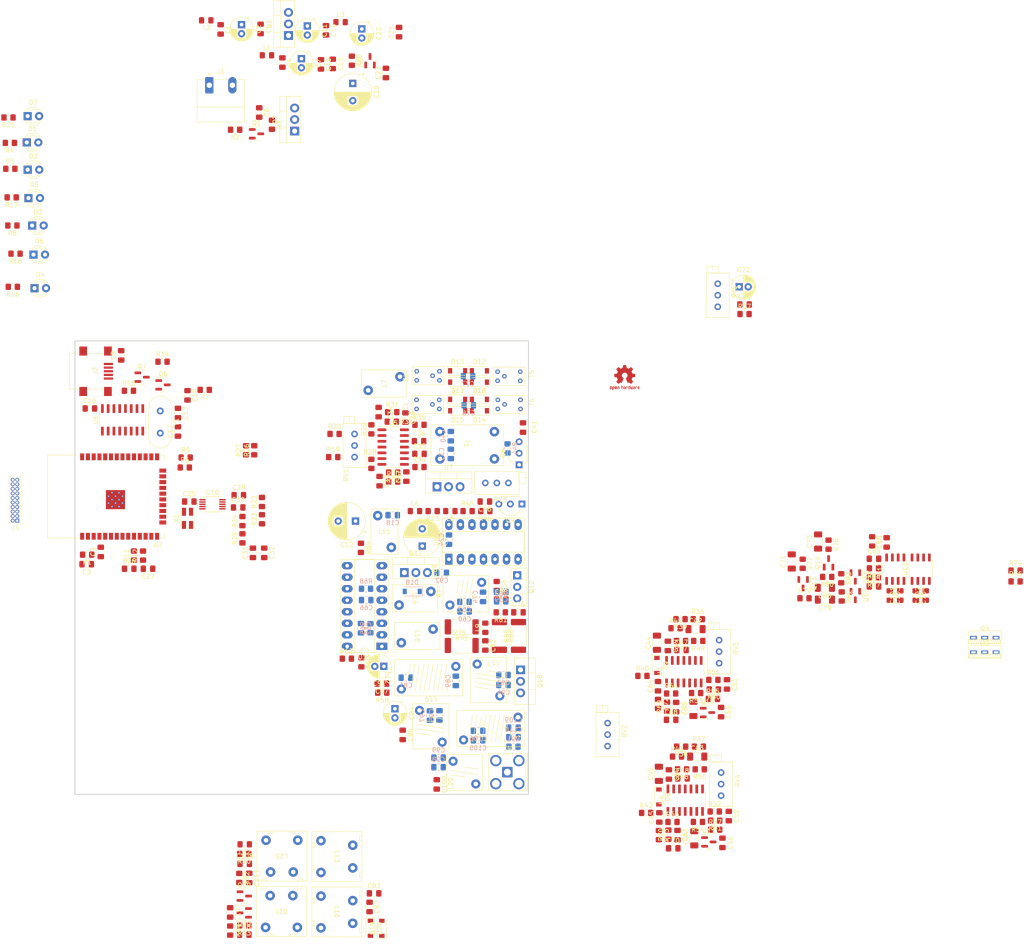
<source format=kicad_pcb>
(kicad_pcb (version 20211014) (generator pcbnew)
  (layers (0 "F.Cu" signal) (31 "B.Cu" signal) (34 "B.Paste" user) (35 "F.Paste" user) (36 "B.SilkS" user "B.Silkscreen") (37 "F.SilkS" user "F.Silkscreen") (38 "B.Mask" user) (39 "F.Mask" user) (44 "Edge.Cuts" user))
  (net 0 "")
  (net 1 "Net-(D1-Pad1)")
  (net 2 "Net-(D1-Pad2)")
  (net 3 "GND")
  (net 4 "+3V3")
  (net 5 "Net-(D2-Pad1)")
  (net 6 "Net-(D2-Pad2)")
  (net 7 "Net-(D3-Pad2)")
  (net 8 "Net-(D6-Pad1)")
  (net 9 "Net-(D7-Pad1)")
  (net 10 "+12VTX")
  (net 11 "Net-(C13-Pad1)")
  (net 12 "/RX_ANT_CLAMPED")
  (net 13 "MCU_EN")
  (net 14 "ADCIN_I")
  (net 15 "MCU_GPIO_39")
  (net 16 "Net-(R7-Pad1)")
  (net 17 "Net-(C17-Pad1)")
  (net 18 "DACOUT_I")
  (net 19 "DACOUT_Q")
  (net 20 "Net-(C25-Pad2)")
  (net 21 "Net-(C25-Pad1)")
  (net 22 "MCU_GPIO_27")
  (net 23 "MCU_GPIO_14")
  (net 24 "+5V")
  (net 25 "MCU_GPIO_12")
  (net 26 "MCU_GPIO_13")
  (net 27 "MCU_GPIO_9")
  (net 28 "MCU_GPIO_10")
  (net 29 "MCU_GPIO_11")
  (net 30 "MCU_GPIO_6")
  (net 31 "MCU_GPIO_7")
  (net 32 "MCU_GPIO_8")
  (net 33 "MCU_GPIO_15")
  (net 34 "+12V")
  (net 35 "MCU_GPIO_2")
  (net 36 "MCU_G0")
  (net 37 "ADCIN_Q")
  (net 38 "MCU_GPIO_16")
  (net 39 "MCU_GPIO_17")
  (net 40 "Net-(D3-Pad1)")
  (net 41 "MCU_DCD")
  (net 42 "Net-(D4-Pad1)")
  (net 43 "MCU_GPIO_18")
  (net 44 "TXPENABLE")
  (net 45 "Net-(D5-Pad1)")
  (net 47 "Net-(R6-Pad1)")
  (net 48 "MCU_RXD")
  (net 49 "MCU_TXD")
  (net 50 "Net-(R9-Pad1)")
  (net 51 "MCU_GPIO_23")
  (net 55 "Net-(U6-Pad13)")
  (net 56 "Net-(U6-Pad14)")
  (net 58 "+3V3FILT")
  (net 61 "/CLK_Q")
  (net 62 "/CLK_I")
  (net 63 "Net-(R58-Pad2)")
  (net 64 "Net-(C62-Pad1)")
  (net 65 "Net-(C62-Pad2)")
  (net 66 "Net-(C66-Pad2)")
  (net 67 "Net-(R68-Pad1)")
  (net 68 "Net-(U11-Pad11)")
  (net 69 "Net-(U11-Pad14)")
  (net 70 "/UD-")
  (net 71 "/UD+")
  (net 72 "+5VFILT")
  (net 73 "Net-(C8-Pad1)")
  (net 74 "TXAMPL_V")
  (net 75 "Net-(C20-Pad1)")
  (net 76 "+5VMXR")
  (net 77 "Net-(U8-Pad14)")
  (net 78 "Net-(C29-Pad2)")
  (net 79 "Net-(C30-Pad2)")
  (net 80 "LO_RX_I")
  (net 81 "Net-(R23-Pad2)")
  (net 82 "Net-(R24-Pad1)")
  (net 83 "LO_RX_Q")
  (net 84 "Net-(C33-Pad1)")
  (net 85 "Net-(C34-Pad1)")
  (net 86 "Net-(C35-Pad1)")
  (net 87 "Net-(C36-Pad1)")
  (net 88 "Net-(C37-Pad1)")
  (net 89 "Net-(C37-Pad2)")
  (net 90 "Net-(C38-Pad1)")
  (net 91 "Net-(C38-Pad2)")
  (net 92 "Net-(C39-Pad1)")
  (net 93 "Net-(C40-Pad1)")
  (net 94 "TXMIXER_OUT")
  (net 95 "Net-(C41-Pad2)")
  (net 96 "Net-(C44-Pad1)")
  (net 97 "Net-(C44-Pad2)")
  (net 98 "Net-(C45-Pad1)")
  (net 99 "Net-(C45-Pad2)")
  (net 100 "Net-(C46-Pad2)")
  (net 101 "Net-(C47-Pad1)")
  (net 102 "Net-(C48-Pad1)")
  (net 103 "Net-(C49-Pad1)")
  (net 104 "Net-(C49-Pad2)")
  (net 105 "Net-(C50-Pad1)")
  (net 106 "Net-(C50-Pad2)")
  (net 107 "Net-(C51-Pad1)")
  (net 108 "Net-(C52-Pad1)")
  (net 109 "Net-(C55-Pad1)")
  (net 110 "Net-(C56-Pad1)")
  (net 111 "Net-(C81-Pad1)")
  (net 112 "Net-(C58-Pad1)")
  (net 113 "Net-(C58-Pad2)")
  (net 114 "Net-(C60-Pad1)")
  (net 115 "Net-(C61-Pad1)")
  (net 116 "Net-(C63-Pad1)")
  (net 117 "Net-(C64-Pad1)")
  (net 118 "Net-(C64-Pad2)")
  (net 119 "Net-(C65-Pad1)")
  (net 120 "Net-(C65-Pad2)")
  (net 121 "Net-(C68-Pad1)")
  (net 122 "TXMIXER_REF_V")
  (net 123 "Net-(C70-Pad1)")
  (net 124 "Net-(C74-Pad1)")
  (net 125 "Net-(C75-Pad1)")
  (net 126 "Net-(T2-Pad4)")
  (net 127 "TXFILT_OUT_I")
  (net 128 "TXFILT_OUT_Q")
  (net 129 "RX_IN_ANT")
  (net 130 "Net-(C78-Pad2)")
  (net 131 "Net-(C83-Pad1)")
  (net 132 "Net-(C85-Pad1)")
  (net 133 "Net-(C86-Pad1)")
  (net 134 "Net-(C87-Pad2)")
  (net 135 "Net-(Q17-Pad3)")
  (net 136 "Net-(C89-Pad1)")
  (net 137 "Net-(U12-Pad8)")
  (net 138 "Net-(L14-Pad1)")
  (net 139 "Net-(C93-Pad1)")
  (net 140 "Net-(C95-Pad1)")
  (net 141 "Net-(C98-Pad1)")
  (net 142 "Net-(C100-Pad2)")
  (net 143 "Net-(C101-Pad1)")
  (net 144 "Net-(U12-Pad2)")
  (net 145 "Net-(C102-Pad2)")
  (net 146 "Net-(C103-Pad1)")
  (net 147 "Net-(C104-Pad1)")
  (net 148 "Net-(C108-Pad1)")
  (net 149 "Net-(C110-Pad1)")
  (net 150 "Net-(C111-Pad2)")
  (net 151 "Net-(D10-Pad1)")
  (net 152 "Net-(D10-Pad2)")
  (net 153 "Net-(D15-Pad2)")
  (net 154 "Net-(D12-Pad1)")
  (net 155 "Net-(D16-Pad1)")
  (net 156 "Net-(D17-Pad2)")
  (net 157 "Net-(D14-Pad2)")
  (net 158 "Net-(D16-Pad2)")
  (net 159 "Net-(L14-Pad2)")
  (net 161 "+5VTX")
  (net 162 "Net-(R13-Pad2)")
  (net 163 "Net-(R45-Pad1)")
  (net 164 "Net-(R2-Pad1)")
  (net 165 "Net-(Q2-Pad1)")
  (net 166 "Net-(R14-Pad2)")
  (net 167 "Net-(R15-Pad2)")
  (net 168 "Net-(Q8-Pad3)")
  (net 169 "Net-(Q9-Pad3)")
  (net 170 "Net-(R55-Pad1)")
  (net 171 "Net-(R57-Pad1)")
  (net 172 "Net-(Q18-Pad1)")
  (net 173 "Net-(Q19-Pad2)")
  (net 174 "LO_TX_I")
  (net 175 "LO_TX_Q")
  (net 176 "Net-(R28-Pad1)")
  (net 177 "Net-(R29-Pad1)")
  (net 178 "Net-(R51-Pad1)")
  (net 179 "Net-(R52-Pad1)")
  (net 180 "Net-(R56-Pad1)")
  (net 181 "Net-(R60-Pad1)")
  (net 182 "Net-(R61-Pad1)")
  (net 183 "Net-(RV4-Pad2)")
  (net 184 "Net-(RV5-Pad2)")
  (net 185 "Net-(U8-Pad11)")
  (net 188 "Net-(T4-Pad1)")
  (net 189 "Net-(R36-Pad1)")
  (net 190 "Net-(R37-Pad1)")
  (net 191 "Net-(C55-Pad2)")
  (net 192 "Net-(C56-Pad2)")
  (net 193 "Net-(R54-Pad2)")
  (net 194 "Net-(Q13-Pad3)")
  (net 195 "Net-(R72-Pad1)")
  (net 196 "Net-(Q14-Pad3)")
  (net 197 "Net-(R73-Pad1)")
  (net 198 "Net-(Q15-Pad2)")
  (net 199 "Net-(Q13-Pad1)")
  (net 200 "Net-(Q16-Pad2)")
  (net 201 "Net-(Q14-Pad1)")
  (net 202 "Net-(L23-Pad2)")
  (net 203 "Net-(R90-Pad1)")
  (net 204 "Net-(R71-Pad2)")
  (net 205 "Net-(U12-Pad4)")
  (net 206 "Net-(U13-Pad4)")
  (net 209 "Net-(C53-Pad2)")
  (net 210 "Net-(R19-Pad2)")
  (net 211 "Net-(R20-Pad2)")
  (footprint "Capacitor_SMD:C_0805_2012Metric_Pad1.18x1.45mm_HandSolder" (layer "F.Cu") (at 163.73 182.475)
    (fp_text reference "C48")
    (fp_text value "15n")
  )
  (footprint "Resistor_SMD:R_0805_2012Metric_Pad1.20x1.40mm_HandSolder" (layer "F.Cu") (at 93 156.9 -90)
    (fp_text reference "R59")
    (fp_text value "5k")
  )
  (footprint "Diode_SMD:D_SOD-123" (layer "F.Cu") (at 158.1 157.6 -90)
    (fp_text reference "D9")
    (fp_text value "4148")
  )
  (footprint "Resistor_SMD:R_0805_2012Metric_Pad1.20x1.40mm_HandSolder" (layer "F.Cu") (at 44.9 133.4 90)
    (property "Reference" "R?")
    (property "Value" "20k")
    (fp_text reference "R12")
    (fp_text value "10k")
  )
  (footprint "Capacitor_SMD:C_0805_2012Metric_Pad1.18x1.45mm_HandSolder" (layer "F.Cu") (at 70.8 17.4 -90)
    (fp_text reference "C5")
    (fp_text value "0.1u")
  )
  (footprint "Resistor_SMD:R_0805_2012Metric_Pad1.20x1.40mm_HandSolder" (layer "F.Cu") (at 162.2 149.4)
    (fp_text reference "R41")
    (fp_text value "20k")
  )
  (footprint "Inductor_SMD:L_0805_2012Metric_Pad1.15x1.40mm_HandSolder" (layer "F.Cu") (at 205.5 130.275 -90)
    (fp_text reference "L15")
    (fp_text value "10uH")
  )
  (footprint "Resistor_SMD:R_0805_2012Metric_Pad1.20x1.40mm_HandSolder" (layer "F.Cu") (at 195.9 131 -90)
    (fp_text reference "R78")
    (fp_text value "5k")
  )
  (footprint "Resistor_SMD:R_0805_2012Metric_Pad1.20x1.40mm_HandSolder" (layer "F.Cu") (at 163.3 147.4 180)
    (fp_text reference "R39")
    (fp_text value "10k")
  )
  (footprint "Resistor_SMD:R_0805_2012Metric_Pad1.20x1.40mm_HandSolder" (layer "F.Cu") (at 237.1 139.1)
    (fp_text reference "R76")
    (fp_text value "5k")
  )
  (footprint "Capacitor_SMD:C_0805_2012Metric_Pad1.18x1.45mm_HandSolder" (layer "F.Cu") (at 68.3 204.4 -90)
    (fp_text reference "C111")
    (fp_text value "10n")
  )
  (footprint "Resistor_SMD:R_0805_2012Metric_Pad1.20x1.40mm_HandSolder" (layer "F.Cu") (at 177.4 80.2)
    (fp_text reference "R67")
    (fp_text value "500")
  )
  (footprint "Package_TO_SOT_SMD:SOT-23" (layer "F.Cu") (at 190.3 139.6 -90)
    (property "Reference" "Q?")
    (property "Value" "MMBT2222A")
    (fp_text reference "Q13")
    (fp_text value "MMBT2222A")
  )
  (footprint "Potentiometer_THT:Potentiometer_Bourns_3296X_Horizontal" (layer "F.Cu") (at 91.5 111.7 -90)
    (property "Reference" "RV?")
    (property "Value" "100k")
    (fp_text reference "RV1")
    (fp_text value "100k")
  )
  (footprint "Resistor_SMD:R_0805_2012Metric_Pad1.20x1.40mm_HandSolder" (layer "F.Cu") (at 100 117.1)
    (fp_text reference "R30")
    (fp_text value "10k")
  )
  (footprint "Capacitor_THT:CP_Radial_D8.0mm_P3.80mm" (layer "F.Cu") (at 91.1 29.4 -90)
    (fp_text reference "C20")
    (fp_text value "470u")
  )
  (footprint "Capacitor_SMD:C_0805_2012Metric_Pad1.18x1.45mm_HandSolder" (layer "F.Cu") (at 84.1 25.2 -90)
    (fp_text reference "C10")
    (fp_text value "0.1u")
  )
  (footprint "Capacitor_SMD:C_0805_2012Metric_Pad1.18x1.45mm_HandSolder" (layer "F.Cu") (at 172.53 196.675 -90)
    (fp_text reference "C56")
    (fp_text value "0.1u")
  )
  (footprint "Capacitor_SMD:C_0805_2012Metric_Pad1.18x1.45mm_HandSolder" (layer "F.Cu") (at 35.6 132.6 90)
    (fp_text reference "C9")
    (fp_text value "0.1u")
  )
  (footprint "Package_TO_SOT_THT:TO-220-3_Vertical" (layer "F.Cu") (at 78.3 39.9 90)
    (fp_text reference "Q2")
    (fp_text value "IRF9Z34N")
  )
  (footprint "Resistor_SMD:R_0805_2012Metric_Pad1.20x1.40mm_HandSolder" (layer "F.Cu") (at 58.5 96.9 180)
    (fp_text reference "R7")
    (fp_text value "330")
  )
  (footprint "Capacitor_THT:CP_Radial_D5.0mm_P2.00mm" (layer "F.Cu") (at 79.8 23.944888 -90)
    (fp_text reference "C7")
    (fp_text value "47u")
  )
  (footprint "Package_TO_SOT_SMD:SOT-23" (layer "F.Cu") (at 169.53 196.475)
    (fp_text reference "Q11")
    (fp_text value "J176")
  )
  (footprint "Resistor_SMD:R_0805_2012Metric_Pad1.20x1.40mm_HandSolder" (layer "F.Cu") (at 108.7 123.6 180)
    (fp_text reference "R13")
    (fp_text value "10")
  )
  (footprint "Crystal:Crystal_HC49-4H_Vertical" (layer "F.Cu") (at 48.7 101.55 -90)
    (fp_text reference "Y1")
    (fp_text value "12M")
  )
  (footprint "Capacitor_SMD:C_0805_2012Metric_Pad1.18x1.45mm_HandSolder" (layer "F.Cu") (at 33.2 101)
    (fp_text reference "C16")
    (fp_text value "0.1u")
  )
  (footprint "Resistor_SMD:R_0805_2012Metric_Pad1.20x1.40mm_HandSolder" (layer "F.Cu") (at 116.4 123.6)
    (fp_text reference "R45")
    (fp_text value "10")
  )
  (footprint "Capacitor_SMD:C_0805_2012Metric_Pad1.18x1.45mm_HandSolder" (layer "F.Cu") (at 211.7 142.2 90)
    (fp_text reference "C101")
    (fp_text value "10n")
  )
  (footprint "Capacitor_SMD:C_0805_2012Metric_Pad1.18x1.45mm_HandSolder" (layer "F.Cu") (at 158.63 191.075 90)
    (fp_text reference "C65")
    (fp_text value "0.1u")
  )
  (footprint "Resistor_SMD:R_0805_2012Metric_Pad1.20x1.40mm_HandSolder" (layer "F.Cu") (at 198.7 138.4 -90)
    (fp_text reference "R83")
    (fp_text value "900")
  )
  (footprint "Package_TO_SOT_THT:TO-92L_Inline_Wide" (layer "F.Cu") (at 128.35 122.05 180)
    (fp_text reference "Q9")
    (fp_text value "2N2222")
  )
  (footprint "Connector_Coaxial:SMA_Amphenol_901-143_Horizontal" (layer "F.Cu") (at 125.15 181.1 -90)
    (fp_text reference "J4")
    (fp_text value "ANT")
    (fp_line (start 4.3 -4.5) (end -4.3 -4.5) (layer "Edge.Cuts") (width 0.1))
  )
  (footprint "Package_DIP:DIP-14_W7.62mm_Socket_LongPads" (layer "F.Cu") (at 112.275 134.2 90)
    (fp_text reference "U8")
    (fp_text value "74ACT14")
  )
  (footprint "Capacitor_THT:CP_Radial_D5.0mm_P2.00mm" (layer "F.Cu") (at 100.4 167.144888 -90)
    (property "Reference" "C?")
    (property "Value" "22u")
    (fp_text reference "C84")
    (fp_text value "10u")
  )
  (footprint "Capacitor_SMD:C_0805_2012Metric_Pad1.18x1.45mm_HandSolder" (layer "F.Cu") (at 96.8 101.8 90)
    (fp_text reference "C34")
    (fp_text value "0.1u")
  )
  (footprint "Inductor_SMD:L_0805_2012Metric_Pad1.15x1.40mm_HandSolder" (layer "F.Cu") (at 58.825 15.5)
    (fp_text reference "L2")
    (fp_text value "10uH")
  )
  (footprint "Resistor_SMD:R_0805_2012Metric_Pad1.20x1.40mm_HandSolder" (layer "F.Cu") (at 167.33 175.475)
    (fp_text reference "R37")
    (fp_text value "200k")
  )
  (footprint "Capacitor_SMD:C_1206_3216Metric_Pad1.33x1.80mm_HandSolder" (layer "F.Cu") (at 195.1 143.1 180)
    (fp_text reference "C79")
    (fp_text value "10u")
  )
  (footprint "Resistor_SMD:R_0805_2012Metric_Pad1.20x1.40mm_HandSolder" (layer "F.Cu") (at 67.2 214.9 180)
    (fp_text reference "R93")
    (fp_text value "25k")
  )
  (footprint "Capacitor_THT:CP_Radial_D5.0mm_P2.00mm" (layer "F.Cu") (at 66.6 16.444888 -90)
    (property "Reference" "C?")
    (property "Value" "47u")
    (fp_text reference "C2")
    (fp_text value "47u")
  )
  (footprint "Package_TO_SOT_SMD:SOT-23" (layer "F.Cu") (at 49.3 95.8)
    (property "Reference" "Q?")
    (property "Value" "MMBT2222A")
    (fp_text reference "Q6")
    (fp_text value "MMBT2222A")
  )
  (footprint "Capacitor_SMD:C_0805_2012Metric_Pad1.18x1.45mm_HandSolder" (layer "F.Cu") (at 66 120.1)
    (fp_text reference "C29")
    (fp_text value "0.1u")
  )
  (footprint "communicator_27mhz_custompcb:Ferrite_ring_7x4x2_triple_vertical" (layer "F.Cu") (at 125.5 93.9 90)
    (fp_text reference "T5")
    (fp_text value "2x6:1 bifiliar turns on ferrite ring")
  )
  (footprint "Resistor_SMD:R_2512_6332Metric_Pad1.40x3.35mm_HandSolder" (layer "F.Cu") (at 115.1 149.1 180)
    (fp_text reference "R71")
    (fp_text value "5 1W")
  )
  (footprint "Resistor_SMD:R_0805_2012Metric_Pad1.20x1.40mm_HandSolder" (layer "F.Cu") (at 15.975 54.5 180)
    (fp_text reference "R17")
    (fp_text value "1k")
  )
  (footprint "Resistor_SMD:R_0805_2012Metric_Pad1.20x1.40mm_HandSolder" (layer "F.Cu") (at 90.9 24.4 -90)
    (fp_text reference "R10")
    (fp_text value "680")
  )
  (footprint "Resistor_SMD:R_0805_2012Metric_Pad1.20x1.40mm_HandSolder" (layer "F.Cu") (at 105.8 113.9)
    (fp_text reference "R34")
    (fp_text value "50")
  )
  (footprint "Connector_USB:USB_Mini-B_Lumberg_2486_01_Horizontal" (layer "F.Cu") (at 34.575 92.8 -90)
    (fp_text reference "J2")
    (fp_text value "USB_B_Micro")
  )
  (footprint "Capacitor_SMD:C_0805_2012Metric_Pad1.18x1.45mm_HandSolder" (layer "F.Cu") (at 163.5 154.2)
    (fp_text reference "C47")
    (fp_text value "15n")
  )
  (footprint "Resistor_SMD:R_0805_2012Metric_Pad1.20x1.40mm_HandSolder" (layer "F.Cu") (at 54.3 111.8)
    (fp_text reference "R9")
    (fp_text value "10k")
  )
  (footprint "Resistor_SMD:R_0805_2012Metric_Pad1.20x1.40mm_HandSolder" (layer "F.Cu") (at 73.3 38.5 -90)
    (fp_text reference "R3")
    (fp_text value "10k")
  )
  (footprint "Resistor_SMD:R_0805_2012Metric_Pad1.20x1.40mm_HandSolder" (layer "F.Cu") (at 67.2 199.1 180)
    (fp_text reference "R90")
    (fp_text value "100")
  )
  (footprint "communicator_27mhz_custompcb:KT-13" (layer "F.Cu") (at 230.3 154.6)
    (property "Reference" "Q3")
    (property "Value" "KT315")
    (fp_text reference "Q3")
    (fp_text value "KT315")
  )
  (footprint "Capacitor_THT:CP_Radial_D8.0mm_P3.80mm" (layer "F.Cu") (at 91.702651 125.8 180)
    (fp_text reference "C12")
    (fp_text value "470u")
  )
  (footprint "Resistor_SMD:R_0805_2012Metric_Pad1.20x1.40mm_HandSolder" (layer "F.Cu") (at 198.8 142.4 -90)
    (fp_text reference "R82")
    (fp_text value "900")
  )
  (footprint "Package_SO:SO-8_3.9x4.9mm_P1.27mm" (layer "F.Cu") (at 216.2 136.4 90)
    (fp_text reference "U13")
    (fp_text value "SA612")
  )
  (footprint "Package_TO_SOT_THT:TO-92L_Inline_Wide" (layer "F.Cu") (at 127.75 113.4 90)
    (fp_text reference "Q8")
    (fp_text value "2N2222")
  )
  (footprint "Connector_Phoenix_MC_HighVoltage:PhoenixContact_MC_1,5_2-G-5.08_1x02_P5.08mm_Horizontal" (layer "F.Cu") (at 59.5 29.8)
    (fp_text reference "J1")
    (fp_text value "EXT_12V")
  )
  (footprint "Capacitor_THT:CP_Radial_D5.0mm_P2.00mm" (layer "F.Cu") (at 176.2 74.2)
    (fp_text reference "C72")
    (fp_text value "47u")
  )
  (footprint "Resistor_SMD:R_0805_2012Metric_Pad1.20x1.40mm_HandSolder" (layer "F.Cu") (at 49.2 90.7)
    (fp_text reference "R14")
    (fp_text value "10k")
  )
  (footprint "Capacitor_SMD:C_0805_2012Metric_Pad1.18x1.45mm_HandSolder" (layer "F.Cu") (at 52.6 106.0625 90)
    (fp_text reference "C17")
    (fp_text value "22p")
  )
  (footprint "Resistor_SMD:R_2512_6332Metric_Pad1.40x3.35mm_HandSolder" (layer "F.Cu") (at 115.1 153.2 180)
    (fp_text reference "R75")
    (fp_text value "5 1W")
  )
  (footprint "communicator_27mhz_custompcb:Soviet_inductor_core_vertical" (layer "F.Cu") (at 87.6 199.7 -90)
    (fp_text reference "L13")
    (fp_text value "220n")
  )
  (footprint "Capacitor_SMD:C_0805_2012Metric_Pad1.18x1.45mm_HandSolder" (layer "F.Cu") (at 94.8 210.8 -90)
    (fp_text reference "C87")
    (fp_text value "470p")
  )
  (footprint "Resistor_SMD:R_0805_2012Metric_Pad1.20x1.40mm_HandSolder" (layer "F.Cu") (at 205.9 136.2 180)
    (fp_text reference "R88")
    (fp_text value "3k3")
  )
  (footprint "Capacitor_THT:CP_Radial_D5.0mm_P2.00mm" (layer "F.Cu") (at 97.955113 157.8 180)
    (property "Reference" "C?")
    (property "Value" "22u")
    (fp_text reference "C91")
    (fp_text value "22u")
  )
  (footprint "Resistor_SMD:R_0805_2012Metric_Pad1.20x1.40mm_HandSolder" (layer "F.Cu") (at 99.7 103.9 180)
    (fp_text reference "R33")
    (fp_text value "5k6")
  )
  (footprint "Capacitor_SMD:C_0805_2012Metric_Pad1.18x1.45mm_HandSolder" (layer "F.Cu") (at 67.3 201.3)
    (fp_text reference "C108")
    (fp_text value "0.1u")
  )
  (footprint "Resistor_SMD:R_0805_2012Metric_Pad1.20x1.40mm_HandSolder" (layer "F.Cu") (at 158.53 194.975 -90)
    (fp_text reference "R73")
    (fp_text value "3k3")
  )
  (footprint "Capacitor_SMD:C_0805_2012Metric_Pad1.18x1.45mm_HandSolder" (layer "F.Cu") (at 173.53 161.775 -90)
    (fp_text reference "C51")
    (fp_text value "0.1u")
  )
  (footprint "LED_THT:LED_D3.0mm" (layer "F.Cu") (at 19.475 36.6)
    (fp_text reference "D7")
    (fp_text value "TXPWR")
  )
  (footprint "Capacitor_SMD:C_0805_2012Metric_Pad1.18x1.45mm_HandSolder" (layer "F.Cu") (at 160.73 181.6125 -90)
    (fp_text reference "C50")
    (fp_text value "0.1u")
  )
  (footprint "Capacitor_SMD:C_0805_2012Metric_Pad1.18x1.45mm_HandSolder" (layer "F.Cu") (at 177.4 78.1)
    (fp_text reference "C69")
    (fp_text value "0.1u")
  )
  (footprint "Package_TO_SOT_SMD:SOT-23" (layer "F.Cu") (at 67.2 212.1 180)
    (property "Reference" "Q?")
    (property "Value" "MMBT2222A")
    (fp_text reference "Q20")
    (fp_text value "MMBT2222A")
  )
  (footprint "Resistor_SMD:R_0805_2012Metric_Pad1.20x1.40mm_HandSolder" (layer "F.Cu") (at 170.63 162.875 180)
    (fp_text reference "R60")
    (fp_text value "500k")
  )
  (footprint "Resistor_SMD:R_0805_2012Metric_Pad1.20x1.40mm_HandSolder" (layer "F.Cu") (at 69.4 110.2 90)
    (fp_text reference "R26")
    (fp_text value "50")
  )
  (footprint "Capacitor_SMD:C_0805_2012Metric_Pad1.18x1.45mm_HandSolder" (layer "F.Cu") (at 120.3 153.2 -90)
    (fp_text reference "C82")
    (fp_text value "100p")
  )
  (footprint "Capacitor_SMD:C_0805_2012Metric_Pad1.18x1.45mm_HandSolder" (layer "F.Cu") (at 95.8 207.8)
    (fp_text reference "C83")
    (fp_text value "330p")
  )
  (footprint "Capacitor_SMD:C_0805_2012Metric_Pad1.18x1.45mm_HandSolder" (layer "F.Cu") (at 67.2 216.9)
    (fp_text reference "C78")
    (fp_text value "470p")
  )
  (footprint "Oscillator:Oscillator_SMD_EuroQuartz_XO32-4Pin_3.2x2.5mm_HandSoldering" (layer "F.Cu") (at 54.7 125.2 90)
    (fp_text reference "X1")
    (fp_text value "3225 25 MHz TCXO")
  )
  (footprint "Capacitor_SMD:C_0805_2012Metric_Pad1.18x1.45mm_HandSolder" (layer "F.Cu") (at 172.23 167.875 -90)
    (fp_text reference "C55")
    (fp_text value "0.1u")
  )
  (footprint "Package_TO_SOT_THT:TO-220-3_Vertical" (layer "F.Cu") (at 76.945 18.84 90)
    (fp_text reference "U1")
    (fp_text value "LM1117-3.3")
  )
  (footprint "Resistor_SMD:R_0805_2012Metric_Pad1.20x1.40mm_HandSolder" (layer "F.Cu") (at 15.675 48.2)
    (fp_text reference "R5")
    (fp_text value "1k")
  )
  (footprint "communicator_27mhz_custompcb:Ferrite_ring_10x6x5_vertical" (layer "F.Cu") (at 105.3 151.1 -90)
    (fp_text reference "L18")
    (fp_text value "~40T on М2000НМ core")
  )
  (footprint "Resistor_SMD:R_0805_2012Metric_Pad1.20x1.40mm_HandSolder" (layer "F.Cu") (at 66.1 204.4 -90)
    (fp_text reference "R92")
    (fp_text value "25k")
  )
  (footprint "Package_TO_SOT_SMD:SOT-23" (layer "F.Cu") (at 94.9 24.4 90)
    (property "Reference" "Q?")
    (property "Value" "MMBT2222A")
    (fp_text reference "Q5")
    (fp_text value "MMBT2222A")
  )
  (footprint "Capacitor_SMD:C_0805_2012Metric_Pad1.18x1.45mm_HandSolder" (layer "F.Cu") (at 127.6 145.9)
    (fp_text reference "C75")
    (fp_text value "0.1u")
  )
  (footprint "Potentiometer_THT:Potentiometer_Bourns_3296X_Horizontal" (layer "F.Cu") (at 172.23 186.275 -90)
    (fp_text reference "RV4")
    (fp_text value "10k")
  )
  (footprint "Capacitor_SMD:C_0805_2012Metric_Pad1.18x1.45mm_HandSolder" (layer "F.Cu") (at 55.1 121.5)
    (fp_text reference "C25")
    (fp_text value "0.1u")
  )
  (footprint "Symbol:OSHW-Logo2_7.3x6mm_Copper" (layer "F.Cu") (at 151 94.2)
    (fp_text reference "LOGO1" hide)
    (fp_text value "Logo_Open_Hardware_Large" hide)
  )
  (footprint "Resistor_SMD:R_0805_2012Metric_Pad1.20x1.40mm_HandSolder" (layer "F.Cu") (at 99.8 101.8)
    (fp_text reference "R31")
    (fp_text value "10k")
  )
  (footprint "communicator_27mhz_custompcb:Inductor_15x8" (layer "F.Cu") (at 107.8 160.3 -90)
    (fp_text reference "L12")
    (fp_text value "0.5uH(13T,d5)")
  )
  (footprint "Capacitor_SMD:C_1206_3216Metric_Pad1.33x1.80mm_HandSolder" (layer "F.Cu") (at 195.1 140.5 180)
    (fp_text reference "C80")
    (fp_text value "10u")
  )
  (footprint "Inductor_SMD:L_0805_2012Metric_Pad1.15x1.40mm_HandSolder" (layer "F.Cu") (at 72.2 23.2)
    (fp_text reference "L1")
    (fp_text value "10uH")
  )
  (footprint "Resistor_SMD:R_0805_2012Metric_Pad1.20x1.40mm_HandSolder" (layer "F.Cu") (at 67.6 110.2 90)
    (fp_text reference "R27")
    (fp_text value "50")
  )
  (footprint "communicator_27mhz_custompcb:Inductor_10x8" (layer "F.Cu") (at 116 141.8 -90)
    (fp_text reference "L8")
    (fp_text value "0.15uH(6T,d6)")
  )
  (footprint "Resistor_SMD:R_0805_2012Metric_Pad1.20x1.40mm_HandSolder" (layer "F.Cu") (at 105.8 104.6)
    (fp_text reference "R35")
    (fp_text value "50")
  )
  (footprint "Resistor_SMD:R_0805_2012Metric_Pad1.20x1.40mm_HandSolder" (layer "F.Cu") (at 170.93 193.775)
    (fp_text reference "R57")
    (fp_text value "500k")
  )
  (footprint "Capacitor_THT:CP_Radial_D8.0mm_P3.80mm" (layer "F.Cu") (at 106.4 131.302651 90)
    (property "Reference" "C?")
    (property "Value" "22u")
    (fp_text reference "C88")
    (fp_text value "470u")
  )
  (footprint "Capacitor_SMD:C_0805_2012Metric_Pad1.18x1.45mm_HandSolder" (layer "F.Cu") (at 102.7 103 -90)
    (fp_text reference "C38")
    (fp_text value "0.1u")
  )
  (footprint "Capacitor_SMD:C_0805_2012Metric_Pad1.18x1.45mm_HandSolder" (layer "F.Cu") (at 54.7 98.1 -90)
    (fp_text reference "C19")
    (fp_text value "0.1u")
  )
  (footprint "Capacitor_SMD:C_0805_2012Metric_Pad1.18x1.45mm_HandSolder" (layer "F.Cu") (at 97 117 -90)
    (fp_text reference "C33")
    (fp_text value "0.1u")
  )
  (footprint "Resistor_SMD:R_0805_2012Metric_Pad1.20x1.40mm_HandSolder" (layer "F.Cu") (at 167.53 180.475 180)
    (fp_text reference "R50")
    (fp_text value "10k")
  )
  (footprint "Resistor_SMD:R_0805_2012Metric_Pad1.20x1.40mm_HandSolder" (layer "F.Cu") (at 195.6 138.1 180)
    (fp_text reference "R80")
    (fp_text value "100k")
  )
  (footprint "Resistor_SMD:R_0805_2012Metric_Pad1.20x1.40mm_HandSolder" (layer "F.Cu") (at 205.9 138.2 180)
    (fp_text reference "R87")
    (fp_text value "3k3")
  )
  (footprint "Resistor_SMD:R_0805_2012Metric_Pad1.20x1.40mm_HandSolder" (layer "F.Cu") (at 92.9 131.7 -90)
    (fp_text reference "R84")
    (fp_text value "330")
  )
  (footprint "Package_SO:SO-8_3.9x4.9mm_P1.27mm" (layer "F.Cu") (at 210.6 136.4 90)
    (fp_text reference "U12")
    (fp_text value "SA612")
  )
  (footprint "Diode_SMD:D_SOD-123" (layer "F.Cu") (at 114.2 101.5 180)
    (fp_text reference "D15")
    (fp_text value "4148")
  )
  (footprint "Inductor_SMD:L_0805_2012Metric_Pad1.15x1.40mm_HandSolder" (layer "F.Cu") (at 112.6 123.6 180)
    (fp_text reference "L6")
    (fp_text value "10uH")
  )
  (footprint "Diode_SMD:D_SOD-123" (layer "F.Cu") (at 97.5 215.5 90)
    (fp_text reference "D19")
    (fp_text value "4148")
  )
  (footprint "Resistor_SMD:R_0805_2012Metric_Pad1.20x1.40mm_HandSolder" (layer "F.Cu") (at 167.1 147.4)
    (fp_text reference "R36")
    (fp_text value "200k")
  )
  (footprint "Package_TO_SOT_THT:TO-220-3_Vertical" (layer "F.Cu") (at 102.46 137.145)
    (fp_text reference "Q17")
    (fp_text value "IRF9Z34N")
  )
  (footprint "Resistor_SMD:R_0805_2012Metric_Pad1.20x1.40mm_HandSolder" (layer "F.Cu") (at 154.9 159.9)
    (fp_text reference "R40")
    (fp_text value "5k")
  )
  (footprint "Resistor_SMD:R_0805_2012Metric_Pad1.20x1.40mm_HandSolder" (layer "F.Cu") (at 66.8 129.6 90)
    (fp_text reference "R25")
    (fp_text value "510")
  )
  (footprint "Resistor_SMD:R_0805_2012Metric_Pad1.20x1.40mm_HandSolder" (layer "F.Cu") (at 71.1 125.4 90)
    (fp_text reference "R23")
    (fp_text value "510")
  )
  (footprint "Resistor_SMD:R_0805_2012Metric_Pad1.20x1.40mm_HandSolder" (layer "F.Cu") (at 16.125 60.7 180)
    (fp_text reference "R8")
    (fp_text value "1k")
  )
  (footprint "Capacitor_SMD:C_1206_3216Metric_Pad1.33x1.80mm_HandSolder" (layer "F.Cu") (at 158.1 152.6 90)
    (fp_text reference "C44")
    (fp_text value "4u7")
  )
  (footprint "Capacitor_SMD:C_1206_3216Metric_Pad1.33x1.80mm_HandSolder" (layer "F.Cu") (at 166.6 149.6)
    (fp_text reference "C42")
    (fp_text value "10u")
  )
  (footprint "Package_SO:SOIC-14_3.9x8.7mm_P1.27mm" (layer "F.Cu") (at 164.03 158.975 90)
    (fp_text reference "U3")
    (fp_text value "LM324")
  )
  (footprint "communicator_27mhz_custompcb:Ferrite_ring_10x6x5_vertical" (layer "F.Cu") (at 98.1 128.1)
    (fp_text reference "L11")
    (fp_text value "~40T on М2000НМ core")
  )
  (footprint "Resistor_SMD:R_2512_6332Metric_Pad1.40x3.35mm_HandSolder" (layer "F.Cu") (at 127.6 151.1 90)
    (fp_text reference "R85")
    (fp_text value "5 1W")
  )
  (footprint "Diode_SMD:D_SOD-123" (layer "F.Cu") (at 119 95.2 180)
    (fp_text reference "D16")
    (fp_text value "4148")
  )
  (footprint "Resistor_SMD:R_0805_2012Metric_Pad1.20x1.40mm_HandSolder" (layer "F.Cu") (at 158.33 166.075 -90)
    (fp_text reference "R72")
    (fp_text value "3k3")
  )
  (footprint "Resistor_SMD:R_0805_2012Metric_Pad1.20x1.40mm_HandSolder" (layer "F.Cu") (at 160.63 194.875 90)
    (fp_text reference "R70")
    (fp_text value "10k")
  )
  (footprint "Capacitor_SMD:C_0805_2012Metric_Pad1.18x1.45mm_HandSolder" (layer "F.Cu") (at 41.8625 136.3)
    (fp_text reference "C26")
    (fp_text value "10n")
  )
  (footprint "Capacitor_SMD:C_1206_3216Metric_Pad1.33x1.80mm_HandSolder" (layer "F.Cu") (at 158.53 181.475 90)
    (fp_text reference "C45")
    (fp_text value "4u7")
  )
  (footprint "Capacitor_SMD:C_1206_3216Metric_Pad1.33x1.80mm_HandSolder" (layer "F.Cu") (at 166.33 195.675 90)
    (fp_text reference "C54")
    (fp_text value "10u")
  )
  (footprint "Resistor_SMD:R_0805_2012Metric_Pad1.20x1.40mm_HandSolder" (layer "F.Cu") (at 166.73 163.675 180)
    (fp_text reference "R53")
    (fp_text value "120k")
  )
  (footprint "Resistor_SMD:R_0805_2012Metric_Pad1.20x1.40mm_HandSolder" (layer "F.Cu") (at 16.825 66.9 180)
    (fp_text reference "R18")
    (fp_text value "5k")
  )
  (footprint "Diode_SMD:D_SOD-123" (layer "F.Cu") (at 114.2 99)
    (fp_text reference "D11")
    (fp_text value "4148")
  )
  (footprint "Package_TO_SOT_SMD:SOT-23" (layer "F.Cu") (at 69.9 40.5)
    (property "Reference" "Q1")
    (property "Value" "MMBT2222A")
    (fp_text reference "Q1")
    (fp_text value "MMBT2222A")
  )
  (footprint "Resistor_SMD:R_0805_2012Metric_Pad1.20x1.40mm_HandSolder" (layer "F.Cu") (at 190.6 142.8)
    (fp_text reference "R79")
    (fp_text value "100k")
  )
  (footprint "Package_TO_SOT_SMD:SOT-23" (layer "F.Cu") (at 169.23 167.975)
    (property "Reference" "Q10")
    (property "Value" "J176")
    (fp_text reference "Q10")
    (fp_text value "J176")
  )
  (footprint "LED_THT:LED_D3.0mm" (layer "F.Cu") (at 19.3 42.4)
    (fp_text reference "D1")
    (fp_text value "TX")
  )
  (footprint "Capacitor_THT:CP_Radial_D5.0mm_P2.00mm" (layer "F.Cu") (at 93.1 17.4 -90)
    (fp_text reference "C22")
    (fp_text value "47u")
  )
  (footprint "Capacitor_SMD:C_0805_2012Metric_Pad1.18x1.45mm_HandSolder" (layer "F.Cu") (at 105.7 108.2)
    (fp_text reference "C36")
    (fp_text value "15n")
  )
  (footprint "Resistor_SMD:R_0805_2012Metric_Pad1.20x1.40mm_HandSolder" (layer "F.Cu") (at 167.13 192.075 180)
    (fp_text reference "R54")
    (fp_text value "120k")
  )
  (footprint "communicator_27mhz_custompcb:KT-13" (layer "F.Cu") (at 230.3 151.4)
    (fp_text reference "Q4")
    (fp_text value "KT315")
  )
  (footprint "Capacitor_SMD:C_0805_2012Metric_Pad1.18x1.45mm_HandSolder" (layer "F.Cu") (at 102.9 116 90)
    (fp_text reference "C37")
    (fp_text value "0.1u")
  )
  (footprint "LED_THT:LED_D3.0mm" (layer "F.Cu") (at 19.665 54.65)
    (fp_text reference "D5")
    (fp_text value "3V3")
  )
  (footprint "Resistor_SMD:R_0805_2012Metric_Pad1.20x1.40mm_HandSolder" (layer "F.Cu") (at 65.2 39.6 180)
    (fp_text reference "R2")
    (fp_text value "50k")
  )
  (footprint "Inductor_SMD:L_0805_2012Metric_Pad1.15x1.40mm_HandSolder" (layer "F.Cu") (at 88.425 15.9)
    (fp_text reference "L3")
    (fp_text value "10uH")
  )
  (footprint "Resistor_SMD:R_0805_2012Metric_Pad1.20x1.40mm_HandSolder" (layer "F.Cu") (at 15.575 42.5 180)
    (fp_text reference "R4")
    (fp_text value "1k")
  )
  (footprint "Resistor_SMD:R_0805_2012Metric_Pad1.20x1.40mm_HandSolder" (layer "F.Cu") (at 123.7 145.9 180)
    (fp_text reference "R81")
    (fp_text value "150")
  )
  (footprint "communicator_27mhz_custompcb:Ferrite_ring_16x9x4_double_vertical" (layer "F.Cu") (at 116.3 109.1 -90)
    (property "Reference" "T1")
    (property "Value" "2x6 turns on ferrite core")
    (fp_text reference "T1")
    (fp_text value "2x6 turns on ferrite core")
  )
  (footprint "Capacitor_SMD:C_0805_2012Metric_Pad1.18x1.45mm_HandSolder" (layer "F.Cu") (at 162.33 166.775 -90)
    (fp_text reference "C61")
    (fp_text value "15n")
  )
  (footprint "Diode_SMD:D_SOD-123" (layer "F.Cu") (at 119 99)
    (fp_text reference "D10")
    (fp_text value "4148")
  )
  (footprint "communicator_27mhz_custompcb:Ferrite_ring_7x4x2_triple_vertical" (layer "F.Cu") (at 125.55 100.1 90)
    (fp_text reference "T4")
    (fp_text value "2x6:1 bifiliar turns on ferrite ring")
  )
  (footprint "Resistor_SMD:R_0805_2012Metric_Pad1.20x1.40mm_HandSolder" (layer "F.Cu") (at 237.1 136.7)
    (fp_text reference "R74")
    (fp_text value "5k")
  )
  (footprint "Capacitor_SMD:C_1206_3216Metric_Pad1.33x1.80mm_HandSolder" (layer "F.Cu") (at 193.6 130.3 90)
    (fp_text reference "C73")
    (fp_text value "10u")
  )
  (footprint "Resistor_SMD:R_0805_2012Metric_Pad1.20x1.40mm_HandSolder" (layer "F.Cu") (at 160.33 166.675 90)
    (fp_text reference "R69")
    (fp_text value "10k")
  )
  (footprint "Resistor_SMD:R_0805_2012Metric_Pad1.20x1.40mm_HandSolder" (layer "F.Cu") (at 32.6 133.2 180)
    (fp_text reference "R1")
    (fp_text value "10k")
  )
  (footprint "Capacitor_SMD:C_0805_2012Metric_Pad1.18x1.45mm_HandSolder" (layer "F.Cu") (at 98.4 27.1 90)
    (property "Reference" "C?")
    (property "Value" "0.1u")
    (fp_text reference "C23")
    (fp_text value "0.1u")
  )
  (footprint "Resistor_SMD:R_0805_2012Metric_Pad1.20x1.40mm_HandSolder" (layer "F.Cu") (at 170.43 164.975)
    (fp_text reference "R55")
    (fp_text value "500k")
  )
  (footprint "Inductor_SMD:L_0805_2012Metric_Pad1.15x1.40mm_HandSolder" (layer "F.Cu") (at 120.3 149.3 90)
    (fp_text reference "L9")
    (fp_text value "6.8uH")
  )
  (footprint "LED_THT:LED_D3.0mm" (layer "F.Cu") (at 21 74.5)
    (fp_text reference "D4")
    (fp_text value "5V")
  )
  (footprint "Diode_SMD:D_SOD-123" (layer "F.Cu") (at 114.2 92.7)
    (fp_text reference "D13")
    (fp_text value "4148")
  )
  (footprint "Resistor_SMD:R_0805_2012Metric_Pad1.20x1.40mm_HandSolder" (layer "F.Cu") (at 170.53 160.775)
    (fp_text reference "R51")
    (fp_text value "3k3")
  )
  (footprint "Resistor_SMD:R_0805_2012Metric_Pad1.20x1.40mm_HandSolder" (layer "F.Cu") (at 97.6 163.6 180)
    (property "Reference" "R?")
    (property "Value" "20k")
    (fp_text reference "R58")
    (fp_text value "20k")
  )
  (footprint "Capacitor_SMD:C_0805_2012Metric_Pad1.18x1.45mm_HandSolder" (layer "F.Cu") (at 75.6 24.8 -90)
    (fp_text reference "C4")
    (fp_text value "0.1u")
  )
  (footprint "Resistor_SMD:R_0805_2012Metric_Pad1.20x1.40mm_HandSolder" (layer "F.Cu") (at 95.2 105.6 90)
    (fp_text reference "R29")
    (fp_text value "3k3")
  )
  (footprint "Resistor_SMD:R_0805_2012Metric_Pad1.20x1.40mm_HandSolder" (layer "F.Cu") (at 42.9 133.4 90)
    (property "Reference" "R?")
    (property "Value" "20k")
    (fp_text reference "R11")
    (fp_text value "10k")
  )
  (footprint "Resistor_SMD:R_0805_2012Metric_Pad1.20x1.40mm_HandSolder" (layer "F.Cu") (at 170.83 189.775)
    (fp_text reference "R52")
    (fp_text value "3k3")
  )
  (footprint "communicator_27mhz_custompcb:Soviet_inductor_core_vertical" (layer "F.Cu") (at 75.4 211.8)
    (fp_text reference "L10")
    (fp_text value "220n")
  )
  (footprint "Package_DIP:DIP-16_W7.62mm_Socket_LongPads" (layer "F.Cu") (at 97.5 153.4 180)
    (fp_text reference "U11")
    (fp_text value "TL494")
  )
  (footprint "communicator_27mhz_custompcb:Ferrite_ring_7x4x2_triple_vertical" (layer "F.Cu") (at 107.7 93.8 -90)
    (fp_text reference "T3")
    (fp_text value "6:2x6 bifiliar turns on ferrite ring")
  )
  (footprint "Capacitor_SMD:C_0805_2012Metric_Pad1.18x1.45mm_HandSolder" (layer "F.Cu") (at 209.4 142.2 -90)
    (fp_text reference "C103")
    (fp_text value "10n")
  )
  (footprint "Capacitor_SMD:C_0805_2012Metric_Pad1.18x1.45mm_HandSolder" (layer "F.Cu") (at 46 136.3 180)
    (fp_text reference "C27")
    (fp_text value "10n")
  )
  (footprint "Capacitor_SMD:C_0805_2012Metric_Pad1.18x1.45mm_HandSolder" (layer "F.Cu") (at 128.6 105.2 -90)
    (fp_text reference "C41")
    (fp_text value "1n")
  )
  (footprint "Potentiometer_THT:Potentiometer_Bourns_3296X_Horizontal" (layer "F.Cu") (at 171.5 78.6 -90)
    (property "Reference" "RV?")
    (property "Value" "100k")
    (fp_text reference "RV6")
    (fp_text value "1k")
  )
  (footprint "Capacitor_SMD:C_0805_2012Metric_Pad1.18x1.45mm_HandSolder" (layer "F.Cu") (at 217.3 142.2 90)
    (fp_text reference "C102")
    (fp_text value "10n")
  )
  (footprint "Capacitor_SMD:C_0805_2012Metric_Pad1.18x1.45mm_HandSolder" (layer "F.Cu") (at 65.8625 122.8)
    (fp_text reference "C30")
    (fp_text value "0.1u")
  )
  (footprint "Capacitor_SMD:C_0805_2012Metric_Pad1.18x1.45mm_HandSolder" (layer "F.Cu") (at 160.5 153.3 -90)
    (fp_text reference "C49")
    (fp_text value "0.1u")
  )
  (footprint "Resistor_SMD:R_0805_2012Metric_Pad1.20x1.40mm_HandSolder" (layer "F.Cu") (at 15.275 36.9 180)
    (fp_text reference "R21")
    (fp_text value "5k")
  )
  (footprint "Resistor_SMD:R_0805_2012Metric_Pad1.20x1.40mm_HandSolder" (layer "F.Cu") (at 41.8 97.1)
    (fp_text reference "R15")
    (fp_text value "10k")
  )
  (footprint "Resistor_SMD:R_0805_2012Metric_Pad1.20x1.40mm_HandSolder" (layer "F.Cu") (at 100 115.1 180)
    (fp_text reference "R32")
    (fp_text value "5k6")
  )
  (footprint "Package_TO_SOT_SMD:SOT-23" (layer "F.Cu") (at 201.8 142.2 -90)
    (property "Reference" "Q?")
    (property "Value" "MMBT2222A")
    (fp_text reference "Q15")
    (fp_text value "MMBT2222A")
  )
  (footprint "Potentiometer_THT:Potentiometer_Bourns_3296X_Horizontal" (layer "F.Cu") (at 120.3 117.4 180)
    (property "Reference" "RV?")
    (property "Value" "100k")
    (fp_text reference "RV3")
    (fp_text value "2k")
  )
  (footprint "Capacitor_SMD:C_0805_2012Metric_Pad1.18x1.45mm_HandSolder" (layer "F.Cu") (at 97.5 161.6 180)
    (fp_text reference "C57")
    (fp_text value "6n8")
  )
  (footprint "Package_SO:SOIC-16_3.9x9.9mm_P1.27mm" (layer "F.Cu") (at 40.4 103.5 90)
    (fp_text reference "U6")
    (fp_text value "CH340G")
  )
  (footprint "Capacitor_SMD:C_0805_2012Metric_Pad1.18x1.45mm_HandSolder" (layer "F.Cu") (at 40.1 89.3 90)
    (fp_text reference "C8")
    (fp_text value "0.1u")
  )
  (footprint "Inductor_SMD:L_0805_2012Metric_Pad1.15x1.40mm_HandSolder" (layer "F.Cu") (at 67.3 197 180)
    (fp_text reference "L22")
    (fp_text value "10uH")
  )
  (footprint "LED_THT:LED_D3.0mm" (layer "F.Cu") (at 20.775 67.1)
    (fp_text reference "D6")
    (fp_text value "12V")
  )
  (footprint "Capacitor_SMD:C_0805_2012Metric_Pad1.18x1.45mm_HandSolder" (layer "F.Cu") (at 85.2 17.7 -90)
    (fp_text reference "C14")
    (fp_text value "0.1u")
  )
  (footprint "Connector_PinHeader_1.00mm:PinHeader_2x10_P1.00mm_Vertical" (layer "F.Cu") (at 17.2 125.7 180)
    (property "Reference" "J3")
    (property "Value" "GPIO")
    (fp_text reference "J3")
    (fp_text value "GPIO")
  )
  (footprint "Package_SO:MSOP-10_3x3mm_P0.5mm" (layer "F.Cu") (at 60.2 122.1)
    (fp_text reference "U10")
    (fp_text value "Si5351A")
  )
  (footprint "Capacitor_SMD:C_0805_2012Metric_Pad1.18x1.45mm_HandSolder" (layer "F.Cu") (at 208.7 130.5 90)
    (fp_text reference "C90")
    (fp_text value "0.1u")
  )
  (footprint "Capacitor_SMD:C_0805_2012Metric_Pad1.18x1.45mm_HandSolder" (layer "F.Cu") (at 109.6 183.8 -90)
    (fp_text reference "C100")
    (fp_text value "39p")
  )
  (footprint "Capacitor_SMD:C_0805_2012Metric_Pad1.18x1.45mm_HandSolder" (layer "F.Cu") (at 52.6 102 -90)
    (fp_text reference "C13")
    (fp_text value "22p")
  )
  (footprint "Package_TO_SOT_THT:TO-220-3_Vertical" (layer "F.Cu") (at 128.055 158.56 -90)
    (fp_text reference "Q18")
    (fp_text value "C2078")
  )
  (footprint "Resistor_SMD:R_2512_6332Metric_Pad1.40x3.35mm_HandSolder" (layer "F.Cu") (at 123.4 151.1 -90)
    (fp_text reference "R86")
    (fp_text value "5 1W")
  )
  (footprint "Resistor_SMD:R_0805_2012Metric_Pad1.20x1.40mm_HandSolder" (layer "F.Cu") (at 190.2 135.2 -90)
    (fp_text reference "R77")
    (fp_text value "5k")
  )
  (footprint "Capacitor_SMD:C_0805_2012Metric_Pad1.18x1.45mm_HandSolder" (layer "F.Cu") (at 161.23 169.575)
    (fp_text reference "C68")
    (fp_text value "0.1u")
  )
  (footprint "communicator_27mhz_custompcb:Ferrite_ring_10x6x5_vertical" (layer "F.Cu") (at 104.8 142.8 -90)
    (fp_text reference "L14")
    (fp_text value "6T on М2000НМ core")
  )
  (footprint "Capacitor_SMD:C_0805_2012Metric_Pad1.18x1.45mm_HandSolder" (layer "F.Cu") (at 173.93 190.775 -90)
    (fp_text reference "C52")
    (fp_text value "0.1u")
  )
  (footprint "communicator_27mhz_custompcb:Inductor_15x8" (layer "F.Cu") (at 121.5 171.5 -90)
    (fp_text reference "L21")
    (fp_text value "10T, d=4mm")
  )
  (footprint "Capacitor_SMD:C_0805_2012Metric_Pad1.18x1.45mm_HandSolder" (layer "F.Cu") (at 105.8 111)
    (fp_text reference "C35")
    (fp_text value "15n")
  )
  (footprint "Resistor_SMD:R_0805_2012Metric_Pad1.20x1.40mm_HandSolder" (layer "F.Cu") (at 163.4 152.2 180)
    (fp_text reference "R47")
    (fp_text value "5k6")
  )
  (footprint "Capacitor_SMD:C_0805_2012Metric_Pad1.18x1.45mm_HandSolder" (layer "F.Cu") (at 101.3 18.1 90)
    (fp_text reference "C21")
    (fp_text value "0.1u")
  )
  (footprint "Resistor_SMD:R_0805_2012Metric_Pad1.20x1.40mm_HandSolder" (layer "F.Cu") (at 87.1 106.6)
    (fp_text reference "R20")
    (fp_text value "20k")
  )
  (footprint "Capacitor_SMD:C_0805_2012Metric_Pad1.18x1.45mm_HandSolder" (layer "F.Cu") (at 64.1 212 -90)
    (fp_text reference "C107")
    (fp_text value "47p")
  )
  (footprint "Capacitor_SMD:C_0805_2012Metric_Pad1.18x1.45mm_HandSolder" (layer "F.Cu") (at 215.1 142.2 -90)
    (fp_text reference "C104")
    (fp_text value "10n")
  )
  (footprint "Capacitor_SMD:C_0805_2012Metric_Pad1.18x1.45mm_HandSolder" (layer "F.Cu") (at 162.63 194.975 -90)
    (fp_text reference "C63")
    (fp_text value "15n")
  )
  (footprint "Capacitor_SMD:C_0805_2012Metric_Pad1.18x1.45mm_HandSolder" (layer "F.Cu") (at 205.9 134.1)
    (fp_text reference "C86")
    (fp_text value "0.1u")
  )
  (footprint "communicator_27mhz_custompcb:Soviet_inductor_core_vertical" (layer "F.Cu") (at 87.6 211.9 -90)
    (fp_text reference "L16")
    (fp_text value "820n")
  )
  (footprint "Resistor_SMD:R_0805_2012Metric_Pad1.20x1.40mm_HandSolder" (layer "F.Cu") (at 95.2 113.2 -90)
    (fp_text reference "R28")
    (fp_text value "3k3")
  )
  (footprint "Potentiometer_THT:Potentiometer_Bourns_3296X_Horizontal" (layer "F.Cu") (at 171.8 157.1 -90)
    (fp_text reference "RV5")
    (fp_text value "10k")
  )
  (footprint "Capacitor_SMD:C_0805_2012Metric_Pad1.18x1.45mm_HandSolder" (layer "F.Cu") (at 161.6925 197.875)
    (fp_text reference "C70")
    (fp_text value "0.1u")
  )
  (footprint "Resistor_SMD:R_0805_2012Metric_Pad1.20x1.40mm_HandSolder" (layer "F.Cu") (at 16.225 74.2 180)
    (fp_text reference "R16")
    (fp_text value "2k")
  )
  (footprint "Resistor_SMD:R_0805_2012Metric_Pad1.20x1.40mm_HandSolder" (layer "F.Cu") (at 122.8 140.1 -90)
    (fp_text reference "R56")
    (fp_text value "10")
  )
  (footprint "Resistor_SMD:R_0805_2012Metric_Pad1.20x1.40mm_HandSolder" (layer "F.Cu") (at 64.1 216 -90)
    (fp_text reference "R89")
    (fp_text value "680")
  )
  (footprint "Resistor_SMD:R_0805_2012Metric_Pad1.20x1.40mm_HandSolder" (layer "F.Cu") (at 71.1 121.6 90)
    (fp_text reference "R22")
    (fp_text value "6k8")
  )
  (footprint "Resistor_SMD:R_0805_2012Metric_Pad1.20x1.40mm_HandSolder" (layer "F.Cu") (at 89.8 156.1)
    (fp_text reference "R62")
    (fp_text value "470")
  )
  (footprint "Package_TO_SOT_SMD:SOT-23" (layer "F.Cu") (at 44.7 94.1)
    (property "Reference" "Q?")
    (property "Value" "MMBT2222A")
    (fp_text reference "Q7")
    (fp_text value "MMBT2222A")
  )
  (footprint "Capacitor_SMD:C_1206_3216Metric_Pad1.33x1.80mm_HandSolder" (layer "F.Cu") (at 166.9675 177.675)
    (fp_text reference "C43")
    (fp_text value "10u")
  )
  (footprint "Capacitor_SMD:C_0805_2012Metric_Pad1.18x1.45mm_HandSolder" (layer "F.Cu") (at 69.1 132.8 90)
    (fp_text reference "C31")
    (fp_text value "0.1u")
  )
  (footprint "Capacitor_SMD:C_0805_2012Metric_Pad1.18x1.45mm_HandSolder" (layer "F.Cu") (at 62 17.5 -90)
    (fp_text reference "C1")
    (fp_text value "0.1u")
  )
  (footprint "Resistor_SMD:R_0805_2012Metric_Pad1.20x1.40mm_HandSolder" (layer "F.Cu") (at 54.1 114)
    (fp_text reference "R6")
    (fp_text value "10k")
  )
  (footprint "Resistor_SMD:R_0805_2012Metric_Pad1.20x1.40mm_HandSolder" (layer "F.Cu") (at 161.23 163.775)
    (fp_text reference "R64")
    (fp_text value "5k6")
  )
  (footprint "Capacitor_SMD:C_0805_2012Metric_Pad1.18x1.45mm_HandSolder" (layer "F.Cu") (at 120.2 121.5 180)
    (fp_text reference "C46")
    (fp_text value "0.1u")
  )
  (footprint "Resistor_SMD:R_0805_2012Metric_Pad1.20x1.40mm_HandSolder" (layer "F.Cu") (at 66.8 125.8 90)
    (fp_text reference "R24")
    (fp_text value "6k8")
  )
  (footprint "LED_THT:LED_D3.0mm" (layer "F.Cu") (at 20.475 60.7)
    (fp_text reference "D3")
    (fp_text value "USB")
  )
  (footprint "Resistor_SMD:R_0805_2012Metric_Pad1.20x1.40mm_HandSolder" (layer "F.Cu") (at 167.2 152.2 180)
    (fp_text reference "R49")
    (fp_text value "10k")
  )
  (footprint "Capacitor_SMD:C_1206_3216Metric_Pad1.33x1.80mm_HandSolder" (layer "F.Cu") (at 187.8 134.7 90)
    (fp_text reference "C71")
    (fp_text value "10u")
  )
  (footprint "Resistor_SMD:R_0805_2012Metric_Pad1.20x1.40mm_HandSolder" (layer "F.Cu") (at 162.53 177.675)
    (fp_text reference "R43")
    (fp_text value "20k")
  )
  (footprint "Diode_SMD:D_SOD-123" (layer "F.Cu") (at 95 215.5 -90)
    (fp_text reference "D20")
    (fp_text value "4148")
  )
  (footprint "Potentiometer_THT:Potentiometer_Bourns_3296X_Horizontal" (layer "F.Cu") (at 147.23 175.375 -90)
    (property "Reference" "RV?")
    (property "Value" "100k")
    (fp_text reference "RV2")
    (fp_text value "10k")
  )
  (footprint "Package_TO_SOT_SMD:SOT-23" (layer "F.Cu") (at 67.2 208.4)
    (property "Reference" "Q?")
    (property "Value" "MMBT2222A")
    (fp_text reference "Q19")
    (fp_text value "MMBT2222A")
  )
  (footprint "Resistor_SMD:R_0805_2012Metric_Pad1.20x1.40mm_HandSolder" (layer "F.Cu") (at 86.8 111.7)
    (property "Reference" "R?")
    (property "Value" "20k")
    (fp_text reference "R19")
    (fp_text value "20k")
  )
  (footprint "Resistor_SMD:R_0805_2012Metric_Pad1.20x1.40mm_HandSolder" (layer "F.Cu") (at 155.73 190.075)
    (fp_text reference "R42")
    (fp_text value "5k")
  )
  (footprint "Capacitor_SMD:C_0805_2012Metric_Pad1.18x1.45mm_HandSolder" (layer "F.Cu") (at 158.33 162.175 90)
    (fp_text reference "C64")
    (fp_text value "0.1u")
  )
  (footprint "Capacitor_SMD:C_0805_2012Metric_Pad1.18x1.45mm_HandSolder" (layer "F.Cu") (at 123.8 143.1)
    (fp_text reference "C58")
    (fp_text value "0.1u")
  )
  (footprint "Package_SO:SOIC-14_3.9x8.7mm_P1.27mm" (layer "F.Cu") (at 100 109.5)
    (fp_text reference "U5")
    (fp_text value "LM324")
  )
  (footprint "Resistor_SMD:R_0805_2012Metric_Pad1.20x1.40mm_HandSolder" (layer "F.Cu") (at 163.63 180.475 180)
    (fp_text reference "R48")
    (fp_text value "5k6")
  )
  (footprint "Package_TO_SOT_THT:TO-220-3_Vertical" (layer "F.Cu") (at 109.66 118.245)
    (fp_text reference "U7")
    (fp_text value "L7805")
  )
  (footprint "Diode_SMD:D_SOD-123" (layer "F.Cu") (at 158.53 186.575 -90)
    (fp_text reference "D8")
    (fp_text value "4148")
  )
  (footprint "Capacitor_SMD:C_0805_2012Metric_Pad1.18x1.45mm_HandSolder" (layer "F.Cu") (at 32.5 135.3 180)
    (fp_text reference "C3")
    (fp_text value "0.1u")
  )
  (footprint "Diode_SMD:D_SOD-123" (layer "F.Cu") (at 114.2 95.2 180)
    (fp_text reference "D17")
    (fp_text value "4148")
  )
  (footprint "communicator_27mhz_custompcb:Ferrite_ring_10x6x5_vertical" (layer "F.Cu") (at 98 95.5 90)
    (fp_text reference "L7")
    (fp_text value "8T on ferrite ring")
  )
  (footprint "communicator_27mhz_custompcb:Inductor_10x8" (layer "F.Cu") (at 108.3 171 180)
    (fp_text reference "L19")
    (fp_text value "6T, d=5")
  )
  (footprint "Capacitor_SMD:C_0805_2012Metric_Pad1.18x1.45mm_HandSolder" (layer "F.Cu") (at 70.5 35.8 -90)
    (fp_text reference "C6")
    (fp_text value "0.1u")
  )
  (footprint "Package_TO_SOT_THT:TO-126-3_Vertical" (layer "F.Cu") (at 127.325 137.76 -90)
    (fp_text reference "Q12")
    (fp_text value "C2314")
  )
  (footprint "Capacitor_SMD:C_1206_3216Metric_Pad1.33x1.80mm_HandSolder" (layer "F.Cu") (at 166.13 167.175 90)
    (fp_text reference "C53")
    (fp_text value "10u")
  )
  (footprint "Inductor_SMD:L_0805_2012Metric_Pad1.15x1.40mm_HandSolder" (layer "F.Cu") (at 104.8 123.6)
    (fp_text reference "L4")
    (fp_text value "10uH")
  )
  (footprint "Resistor_SMD:R_0805_2012Metric_Pad1.20x1.40mm_HandSolder" (layer "F.Cu") (at 120.3 123.6 180)
    (fp_text reference "R46")
    (fp_text value "100")
  )
  (footprint "Package_TO_SOT_SMD:SOT-23" (layer "F.Cu") (at 201.8 138.1 -90)
    (property "Reference" "Q?")
    (property "Value" "MMBT2222A")
    (fp_text reference "Q16")
    (fp_text value "MMBT2222A")
  )
  (footprint "Capacitor_THT:CP_Radial_D5.0mm_P2.00mm" (layer "F.Cu") (at 81.1 16.744888 -90)
    (fp_text reference "C11")
    (fp_text value "10u")
  )
  (footprint "communicator_27mhz_custompcb:Inductor_8x8" (layer "F.Cu") (at 115.7 181.2)
    (fp_text reference "L20")
    (fp_text value "7T, d=4")
  )
  (footprint "Capacitor_SMD:C_0805_2012Metric_Pad1.18x1.45mm_HandSolder" (layer "F.Cu") (at 71.6 132.8 -90)
    (fp_text reference "C32")
    (fp_text value "0.1u")
  )
  (footprint "Package_TO_SOT_SMD:SOT-23" (layer "F.Cu") (at 195.9 135 90)
    (property "Reference" "Q?")
    (property "Value" "MMBT2222A")
    (fp_text reference "Q14")
    (fp_text value "MMBT2222A")
  )
  (footprint "Diode_SMD:D_SOD-123" (layer "F.Cu") (at 119 92.7)
    (fp_text reference "D12")
    (fp_text value "4148")
  )
  (footprint "Resistor_SMD:R_0805_2012Metric_Pad1.20x1.40mm_HandSolder" (layer "F.Cu") (at 170.93 191.775 180)
    (fp_text reference "R61")
    (fp_text value "500k")
  )
  (footprint "Diode_SMD:D_SOD-123" (layer "F.Cu") (at 119 101.5 180)
    (fp_text reference "D14")
    (fp_text value "4148")
  )
  (footprint "Resistor_SMD:R_0805_2012Metric_Pad1.20x1.40mm_HandSolder" (layer "F.Cu") (at 161.53 192.075)
    (fp_text reference "R66")
    (fp_text value "5k6")
  )
  (footprint "Capacitor_SMD:C_0805_2012Metric_Pad1.18x1.45mm_HandSolder" (layer "F.Cu") (at 102.1 172.9 -90)
    (fp_text reference "C96")
    (fp_text value "47p")
  )
  (footprint "communicator_27mhz_custompcb:Soviet_inductor_core_vertical" (layer "F.Cu") (at 75.5 199.6 180)
    (fp_text reference "L23")
    (fp_text value "3.7-20uH")
  )
  (footprint "Package_SO:SOIC-14_3.9x8.7mm_P1.27mm" (layer "F.Cu") (at 164.33 187.275 90)
    (fp_text reference "U4")
    (fp_text value "LM324")
  )
  (footprint "Capacitor_SMD:C_0805_2012Metric_Pad1.18x1.45mm_HandSolder" (layer "F.Cu") (at 205.9 140.2)
    (fp_text reference "C85")
    (fp_text value "0.1u")
  )
  (footprint "LED_THT:LED_D3.0mm" (layer "F.Cu") (at 19.5 48.4)
    (fp_text reference "D2")
    (fp_text value "RX")
  )
  (footprint "Resistor_SMD:R_0805_2012Metric_Pad1.20x1.40mm_HandSolder" (layer "F.Cu") (at 163.43 175.475 180)
    (fp_text reference "R38")
    (fp_text value "10k")
  )
  (footprint "RF_Module:ESP32-WROOM-32" (layer "F.Cu") (at 39.745 120.4 90)
    (fp_text reference "U2")
    (fp_text value "ESP32-WROOM-32")
  )
  (footprint "communicator_27mhz_custompcb:Inductor_10x8" (layer "F.Cu") (at 121 160.8 180)
    (fp_text reference "L17")
    (fp_text value "0.225uH(6T,d6)")
  )
  (footprint "Capacitor_SMD:C_0805_2012Metric_Pad1.18x1.45mm_HandSolder" (layer "F.Cu") (at 86.7 25.1 -90)
    (fp_text reference "C15")
    (fp_text value "0.1u")
  )
  (footprint "communicator_27mhz_custompcb:Ferrite_ring_7x4x2_triple_vertical" (layer "F.Cu") (at 107.65 100.1 -90)
    (fp_text reference "T2")
    (fp_text value "6:2x6 bifiliar turns on ferrite ring")
  )
  (footprint "Capacitor_SMD:C_0805_2012Metric_Pad1.18x1.45mm_HandSolder" (layer "B.Cu") (at 113.8 161 -90)
    (fp_text reference "C89")
    (fp_text value "100p")
  )
  (footprint "Capacitor_SMD:C_0805_2012Metric_Pad1.18x1.45mm_HandSolder" (layer "B.Cu") (at 123.8 141.4)
    (fp_text reference "C59")
    (fp_text value "150p")
  )
  (footprint "Resistor_SMD:R_0805_2012Metric_Pad1.20x1.40mm_HandSolder" (layer "B.Cu") (at 125.2 109.8 90)
    (fp_text reference "R44")
    (fp_text value "150")
  )
  (footprint "Capacitor_SMD:C_0805_2012Metric_Pad1.18x1.45mm_HandSolder" (layer "B.Cu") (at 124.3 161.9)
    (fp_text reference "C94")
    (fp_text value "220p")
  )
  (footprint "Capacitor_SMD:C_0805_2012Metric_Pad1.18x1.45mm_HandSolder" (layer "B.Cu") (at 116.65 100.3)
    (fp_text reference "C76")
    (fp_text value "2n2")
  )
  (footprint "Capacitor_SMD:C_0805_2012Metric_Pad1.18x1.45mm_HandSolder" (layer "B.Cu") (at 94.0625 143.2)
    (fp_text reference "C66")
    (fp_text value "1n")
  )
  (footprint "Capacitor_SMD:C_0805_2012Metric_Pad1.18x1.45mm_HandSolder" (layer "B.Cu") (at 110.7 137.2)
    (fp_text reference "C92")
    (fp_text value "0.1u")
  )
  (footprint "Capacitor_SMD:C_0805_2012Metric_Pad1.18x1.45mm_HandSolder" (layer "B.Cu") (at 108.1 168.6375 -90)
    (fp_text reference "C97")
    (fp_text value "330p")
  )
  (footprint "Capacitor_SMD:C_0805_2012Metric_Pad1.18x1.45mm_HandSolder" (layer "B.Cu") (at 110 177.9 180)
    (fp_text reference "C99")
    (fp_text value "220p")
  )
  (footprint "Capacitor_SMD:C_0805_2012Metric_Pad1.18x1.45mm_HandSolder" (layer "B.Cu") (at 112.7 107.1 -90)
    (fp_text reference "C40")
    (fp_text value "6n8")
  )
  (footprint "Diode_SMD:D_SOD-123" (layer "B.Cu") (at 104.2 141.3 180)
    (fp_text reference "D18")
    (fp_text value "4148")
  )
  (footprint "Capacitor_SMD:C_0805_2012Metric_Pad1.18x1.45mm_HandSolder" (layer "B.Cu") (at 102.8 160.3)
    (fp_text reference "C81")
    (fp_text value "0.1u")
  )
  (footprint "Capacitor_SMD:C_0805_2012Metric_Pad1.18x1.45mm_HandSolder" (layer "B.Cu") (at 115.7375 145.7)
    (fp_text reference "C60")
    (fp_text value "47n")
  )
  (footprint "Capacitor_SMD:C_0805_2012Metric_Pad1.18x1.45mm_HandSolder" (layer "B.Cu") (at 110.2 168.6 -90)
    (fp_text reference "C95")
    (fp_text value "330p")
  )
  (footprint "Capacitor_SMD:C_0805_2012Metric_Pad1.18x1.45mm_HandSolder" (layer "B.Cu") (at 126.5 173.4 180)
    (fp_text reference "C110")
    (fp_text value "30p")
  )
  (footprint "Capacitor_SMD:C_0805_2012Metric_Pad1.18x1.45mm_HandSolder" (layer "B.Cu") (at 118.7 172)
    (fp_text reference "C106")
    (fp_text value "220p")
  )
  (footprint "Capacitor_SMD:C_0805_2012Metric_Pad1.18x1.45mm_HandSolder" (layer "B.Cu") (at 92.9 149.4 90)
    (fp_text reference "C62")
    (fp_text value "0.1u")
  )
  (footprint "Resistor_SMD:R_0805_2012Metric_Pad1.20x1.40mm_HandSolder" (layer "B.Cu") (at 95 149.4 -90)
    (fp_text reference "R65")
    (fp_text value "100k")
  )
  (footprint "Capacitor_SMD:C_0805_2012Metric_Pad1.18x1.45mm_HandSolder" (layer "B.Cu") (at 112.3 129.9 -90)
    (fp_text reference "C24")
    (fp_text value "0.1u")
  )
  (footprint "Capacitor_SMD:C_0805_2012Metric_Pad1.18x1.45mm_HandSolder" (layer "B.Cu") (at 115.7 143.6)
    (fp_text reference "C67")
    (fp_text value "47n")
  )
  (footprint "Capacitor_SMD:C_0805_2012Metric_Pad1.18x1.45mm_HandSolder" (layer "B.Cu") (at 124.3 159.7)
    (fp_text reference "C93")
    (fp_text value "220p")
  )
  (footprint "Resistor_SMD:R_0805_2012Metric_Pad1.20x1.40mm_HandSolder" (layer "B.Cu") (at 126.5 175.5 180)
    (fp_text reference "R91")
    (fp_text value "4k7")
  )
  (footprint "Capacitor_SMD:C_0805_2012Metric_Pad1.18x1.45mm_HandSolder" (layer "B.Cu") (at 126.5 171.3 180)
    (fp_text reference "C109")
    (fp_text value "150p")
  )
  (footprint "Capacitor_SMD:C_0805_2012Metric_Pad1.18x1.45mm_HandSolder" (layer "B.Cu") (at 99.9 124.5)
    (fp_text reference "C18")
    (fp_text value "0.1u")
  )
  (footprint "Capacitor_SMD:C_0805_2012Metric_Pad1.18x1.45mm_HandSolder" (layer "B.Cu") (at 119.8 142.5 -90)
    (fp_text reference "C74")
    (fp_text value "330p")
  )
  (footprint "Capacitor_SMD:C_0805_2012Metric_Pad1.18x1.45mm_HandSolder" (layer "B.Cu") (at 112.7 111 90)
    (fp_text reference "C39")
    (fp_text value "6n8")
  )
  (footprint "Capacitor_SMD:C_0805_2012Metric_Pad1.18x1.45mm_HandSolder" (layer "B.Cu") (at 118.7 174.1)
    (fp_text reference "C105")
    (fp_text value "220p")
  )
  (footprint "Capacitor_SMD:C_0805_2012Metric_Pad1.18x1.45mm_HandSolder" (layer "B.Cu") (at 116.5 93.9)
    (fp_text reference "C77")
    (fp_text value "2n2")
  )
  (footprint "Resistor_SMD:R_0805_2012Metric_Pad1.20x1.40mm_HandSolder" (layer "B.Cu") (at 123.8 143.5 180)
    (fp_text reference "R63")
    (fp_text value "100")
  )
  (footprint "Resistor_SMD:R_0805_2012Metric_Pad1.20x1.40mm_HandSolder" (layer "B.Cu") (at 94.025 140.7 180)
    (fp_text reference "R68")
    (fp_text value "5k")
  )
  (footprint "Capacitor_SMD:C_0805_2012Metric_Pad1.18x1.45mm_HandSolder" (layer "B.Cu") (at 110 180 180)
    (fp_text reference "C98")
    (fp_text value "330p")
  )
  (gr_rect locked (start 29.9 186) (end 129.8 86.1) (layer "Edge.Cuts") (width 0.2) (fill none))
)
</source>
